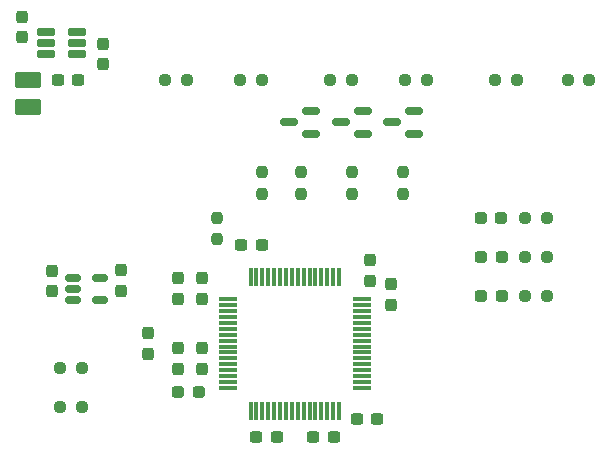
<source format=gtp>
G04 #@! TF.GenerationSoftware,KiCad,Pcbnew,9.0.0*
G04 #@! TF.CreationDate,2025-08-17T11:06:40-05:00*
G04 #@! TF.ProjectId,silver-platter,73696c76-6572-42d7-906c-61747465722e,rev?*
G04 #@! TF.SameCoordinates,Original*
G04 #@! TF.FileFunction,Paste,Top*
G04 #@! TF.FilePolarity,Positive*
%FSLAX46Y46*%
G04 Gerber Fmt 4.6, Leading zero omitted, Abs format (unit mm)*
G04 Created by KiCad (PCBNEW 9.0.0) date 2025-08-17 11:06:40*
%MOMM*%
%LPD*%
G01*
G04 APERTURE LIST*
G04 Aperture macros list*
%AMRoundRect*
0 Rectangle with rounded corners*
0 $1 Rounding radius*
0 $2 $3 $4 $5 $6 $7 $8 $9 X,Y pos of 4 corners*
0 Add a 4 corners polygon primitive as box body*
4,1,4,$2,$3,$4,$5,$6,$7,$8,$9,$2,$3,0*
0 Add four circle primitives for the rounded corners*
1,1,$1+$1,$2,$3*
1,1,$1+$1,$4,$5*
1,1,$1+$1,$6,$7*
1,1,$1+$1,$8,$9*
0 Add four rect primitives between the rounded corners*
20,1,$1+$1,$2,$3,$4,$5,0*
20,1,$1+$1,$4,$5,$6,$7,0*
20,1,$1+$1,$6,$7,$8,$9,0*
20,1,$1+$1,$8,$9,$2,$3,0*%
G04 Aperture macros list end*
%ADD10RoundRect,0.237500X0.237500X-0.300000X0.237500X0.300000X-0.237500X0.300000X-0.237500X-0.300000X0*%
%ADD11RoundRect,0.237500X0.250000X0.237500X-0.250000X0.237500X-0.250000X-0.237500X0.250000X-0.237500X0*%
%ADD12RoundRect,0.237500X-0.237500X0.300000X-0.237500X-0.300000X0.237500X-0.300000X0.237500X0.300000X0*%
%ADD13RoundRect,0.150000X-0.512500X-0.150000X0.512500X-0.150000X0.512500X0.150000X-0.512500X0.150000X0*%
%ADD14RoundRect,0.237500X0.237500X-0.250000X0.237500X0.250000X-0.237500X0.250000X-0.237500X-0.250000X0*%
%ADD15RoundRect,0.237500X-0.250000X-0.237500X0.250000X-0.237500X0.250000X0.237500X-0.250000X0.237500X0*%
%ADD16RoundRect,0.237500X-0.300000X-0.237500X0.300000X-0.237500X0.300000X0.237500X-0.300000X0.237500X0*%
%ADD17RoundRect,0.237500X0.300000X0.237500X-0.300000X0.237500X-0.300000X-0.237500X0.300000X-0.237500X0*%
%ADD18RoundRect,0.250001X-0.849999X0.462499X-0.849999X-0.462499X0.849999X-0.462499X0.849999X0.462499X0*%
%ADD19RoundRect,0.237500X0.287500X0.237500X-0.287500X0.237500X-0.287500X-0.237500X0.287500X-0.237500X0*%
%ADD20RoundRect,0.237500X-0.237500X0.250000X-0.237500X-0.250000X0.237500X-0.250000X0.237500X0.250000X0*%
%ADD21RoundRect,0.162500X0.617500X0.162500X-0.617500X0.162500X-0.617500X-0.162500X0.617500X-0.162500X0*%
%ADD22RoundRect,0.150000X0.587500X0.150000X-0.587500X0.150000X-0.587500X-0.150000X0.587500X-0.150000X0*%
%ADD23RoundRect,0.075000X-0.700000X-0.075000X0.700000X-0.075000X0.700000X0.075000X-0.700000X0.075000X0*%
%ADD24RoundRect,0.075000X-0.075000X-0.700000X0.075000X-0.700000X0.075000X0.700000X-0.075000X0.700000X0*%
%ADD25RoundRect,0.237500X-0.287500X-0.237500X0.287500X-0.237500X0.287500X0.237500X-0.287500X0.237500X0*%
G04 APERTURE END LIST*
D10*
X144526000Y-108812500D03*
X144526000Y-107087500D03*
D11*
X173736000Y-102616000D03*
X171911000Y-102616000D03*
D10*
X136117500Y-83031500D03*
X136117500Y-81306500D03*
D12*
X131826000Y-100536500D03*
X131826000Y-102261500D03*
D13*
X133615000Y-101123500D03*
X133615000Y-102073500D03*
X133615000Y-103023500D03*
X135890000Y-103023500D03*
X135890000Y-101123500D03*
D14*
X149606000Y-93980000D03*
X149606000Y-92155000D03*
D15*
X141431000Y-84328000D03*
X143256000Y-84328000D03*
D10*
X142494000Y-108812500D03*
X142494000Y-107087500D03*
D16*
X157633500Y-113030000D03*
X159358500Y-113030000D03*
D17*
X149606000Y-98298000D03*
X147881000Y-98298000D03*
D15*
X175514000Y-84328000D03*
X177339000Y-84328000D03*
D18*
X129767500Y-84354500D03*
X129767500Y-86679500D03*
D11*
X173736000Y-99314000D03*
X171911000Y-99314000D03*
D15*
X132541000Y-112014000D03*
X134366000Y-112014000D03*
D19*
X169926000Y-102616000D03*
X168176000Y-102616000D03*
X169898000Y-96012000D03*
X168148000Y-96012000D03*
D20*
X152908000Y-92155000D03*
X152908000Y-93980000D03*
D21*
X133991500Y-82190500D03*
X133991500Y-81240500D03*
X133991500Y-80290500D03*
X131291500Y-80290500D03*
X131291500Y-81240500D03*
X131291500Y-82190500D03*
D11*
X173736000Y-96012000D03*
X171911000Y-96012000D03*
D10*
X160528000Y-103378000D03*
X160528000Y-101653000D03*
D17*
X134032500Y-84354500D03*
X132307500Y-84354500D03*
D12*
X137668000Y-100483500D03*
X137668000Y-102208500D03*
D22*
X162500000Y-88900000D03*
X162500000Y-87000000D03*
X160625000Y-87950000D03*
D17*
X150876000Y-114554000D03*
X149151000Y-114554000D03*
D12*
X139954000Y-105817500D03*
X139954000Y-107542500D03*
D15*
X161751000Y-84328000D03*
X163576000Y-84328000D03*
D20*
X161544000Y-92155000D03*
X161544000Y-93980000D03*
D22*
X153767000Y-88900000D03*
X153767000Y-87000000D03*
X151892000Y-87950000D03*
D17*
X155702000Y-114554000D03*
X153977000Y-114554000D03*
D10*
X144526000Y-102870000D03*
X144526000Y-101145000D03*
D11*
X134366000Y-108712000D03*
X132541000Y-108712000D03*
D10*
X129259500Y-80745500D03*
X129259500Y-79020500D03*
D19*
X169926000Y-99314000D03*
X168176000Y-99314000D03*
D14*
X145796000Y-97837000D03*
X145796000Y-96012000D03*
D15*
X155401000Y-84328000D03*
X157226000Y-84328000D03*
D23*
X146725000Y-102930000D03*
X146725000Y-103430000D03*
X146725000Y-103930000D03*
X146725000Y-104430000D03*
X146725000Y-104930000D03*
X146725000Y-105430000D03*
X146725000Y-105930000D03*
X146725000Y-106430000D03*
X146725000Y-106930000D03*
X146725000Y-107430000D03*
X146725000Y-107930000D03*
X146725000Y-108430000D03*
X146725000Y-108930000D03*
X146725000Y-109430000D03*
X146725000Y-109930000D03*
X146725000Y-110430000D03*
D24*
X148650000Y-112355000D03*
X149150000Y-112355000D03*
X149650000Y-112355000D03*
X150150000Y-112355000D03*
X150650000Y-112355000D03*
X151150000Y-112355000D03*
X151650000Y-112355000D03*
X152150000Y-112355000D03*
X152650000Y-112355000D03*
X153150000Y-112355000D03*
X153650000Y-112355000D03*
X154150000Y-112355000D03*
X154650000Y-112355000D03*
X155150000Y-112355000D03*
X155650000Y-112355000D03*
X156150000Y-112355000D03*
D23*
X158075000Y-110430000D03*
X158075000Y-109930000D03*
X158075000Y-109430000D03*
X158075000Y-108930000D03*
X158075000Y-108430000D03*
X158075000Y-107930000D03*
X158075000Y-107430000D03*
X158075000Y-106930000D03*
X158075000Y-106430000D03*
X158075000Y-105930000D03*
X158075000Y-105430000D03*
X158075000Y-104930000D03*
X158075000Y-104430000D03*
X158075000Y-103930000D03*
X158075000Y-103430000D03*
X158075000Y-102930000D03*
D24*
X156150000Y-101005000D03*
X155650000Y-101005000D03*
X155150000Y-101005000D03*
X154650000Y-101005000D03*
X154150000Y-101005000D03*
X153650000Y-101005000D03*
X153150000Y-101005000D03*
X152650000Y-101005000D03*
X152150000Y-101005000D03*
X151650000Y-101005000D03*
X151150000Y-101005000D03*
X150650000Y-101005000D03*
X150150000Y-101005000D03*
X149650000Y-101005000D03*
X149150000Y-101005000D03*
X148650000Y-101005000D03*
D22*
X158182000Y-88900000D03*
X158182000Y-87000000D03*
X156307000Y-87950000D03*
D10*
X158750000Y-101346000D03*
X158750000Y-99621000D03*
D25*
X142522000Y-110744000D03*
X144272000Y-110744000D03*
D20*
X157226000Y-92155000D03*
X157226000Y-93980000D03*
D15*
X169371000Y-84328000D03*
X171196000Y-84328000D03*
X147781000Y-84328000D03*
X149606000Y-84328000D03*
D10*
X142494000Y-102870000D03*
X142494000Y-101145000D03*
M02*

</source>
